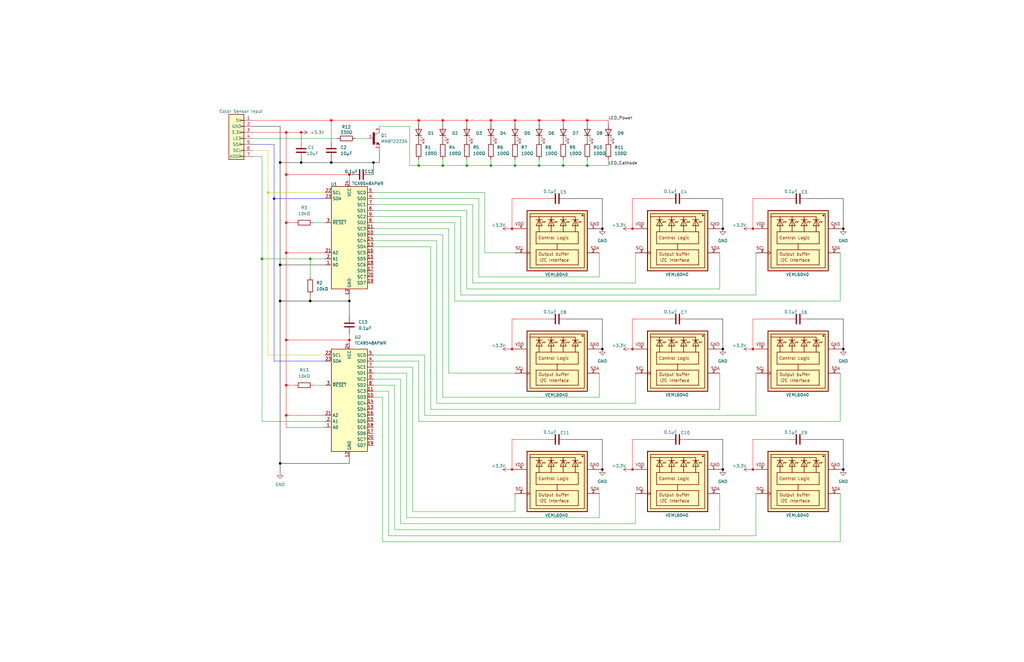
<source format=kicad_sch>
(kicad_sch (version 20231120) (generator "eeschema") (generator_version "8.0")
  (paper "B")
  (title_block (title "Rubik's Cube Color Sensor") (date "2025-07-01") (rev "B") (company "Designed by Charlie Lambert") (comment 1 "Color sensor board for Rubik's Cube Solving Machine"))
  (lib_symbols
    (symbol "Connector_Generic:Conn_01x07" (pin_names (offset 1.016))
      (property "Value" "Color Sensor Input" (at 0 11.43 0))
      (symbol "Conn_01x07_1_1"
        (pin passive line (at -5.08 7.62 0) (length 3.81) (name "5V") (number "1"))
        (pin passive line (at -5.08 5.08 0) (length 3.81) (name "GND") (number "2"))
        (pin passive line (at -5.08 2.54 0) (length 3.81) (name "3.3V") (number "3"))
        (pin passive line (at -5.08 0 0) (length 3.81) (name "LED") (number "4"))
        (pin passive line (at -5.08 -2.54 0) (length 3.81) (name "SDA") (number "5"))
        (pin passive line (at -5.08 -5.08 0) (length 3.81) (name "SCL") (number "6"))
        (pin passive line (at -5.08 -7.62 0) (length 3.81) (name "ADDR") (number "7"))
      )
    )
    (symbol "Device:C" (pin_numbers hide) (pin_names (offset 0.254))
      (property "Reference" "C" (at 0.635 2.54 0))
      (property "Value" "C" (at 0.635 -2.54 0))
      (symbol "C_1_1"
        (pin passive line (at 0 3.81 270) (length 2.794) (name "~") (number "1"))
        (pin passive line (at 0 -3.81 90) (length 2.794) (name "~") (number "2"))
      )
    )
    (symbol "Device:LED" (pin_numbers hide) (pin_names (offset 1.016) hide)
      (property "Reference" "D" (at 0 2.54 0))
      (property "Value" "LED" (at 0 -2.54 0))
      (symbol "LED_1_1"
        (pin passive line (at -3.81 0 0) (length 2.54) (name "K") (number "1"))
        (pin passive line (at 3.81 0 180) (length 2.54) (name "A") (number "2"))
      )
    )
    (symbol "Device:R" (pin_numbers hide) (pin_names (offset 0))
      (property "Reference" "R" (at 2.032 0 90))
      (property "Value" "R" (at 0 0 90))
      (symbol "R_1_1"
        (pin passive line (at 0 3.81 270) (length 1.27) (name "~") (number "1"))
        (pin passive line (at 0 -3.81 90) (length 1.27) (name "~") (number "2"))
      )
    )
    (symbol "Interface_Expansion:TCA9548APWR"
      (property "Reference" "U" (at -7.62 21.59 0))
      (property "Value" "TCA9548APWR" (at 1.016 21.59 0))
      (symbol "TCA9548APWR_1_1"
        (pin input line (at -10.16 -12.7 0) (length 2.54) (name "A0") (number "1"))
        (pin bidirectional line (at 10.16 0 180) (length 2.54) (name "SD3") (number "10"))
        (pin output line (at 10.16 2.54 180) (length 2.54) (name "SC3") (number "11"))
        (pin power_in line (at 0 -25.4 90) (length 2.54) (name "GND") (number "12"))
        (pin bidirectional line (at 10.16 -5.08 180) (length 2.54) (name "SD4") (number "13"))
        (pin output line (at 10.16 -2.54 180) (length 2.54) (name "SC4") (number "14"))
        (pin bidirectional line (at 10.16 -10.16 180) (length 2.54) (name "SD5") (number "15"))
        (pin output line (at 10.16 -7.62 180) (length 2.54) (name "SC5") (number "16"))
        (pin bidirectional line (at 10.16 -15.24 180) (length 2.54) (name "SD6") (number "17"))
        (pin output line (at 10.16 -12.7 180) (length 2.54) (name "SC6") (number "18"))
        (pin bidirectional line (at 10.16 -20.32 180) (length 2.54) (name "SD7") (number "19"))
        (pin input line (at -10.16 -10.16 0) (length 2.54) (name "A1") (number "2"))
        (pin output line (at 10.16 -17.78 180) (length 2.54) (name "SC7") (number "20"))
        (pin input line (at -10.16 -7.62 0) (length 2.54) (name "A2") (number "21"))
        (pin input line (at -10.16 17.78 0) (length 2.54) (name "SCL") (number "22"))
        (pin bidirectional line (at -10.16 15.24 0) (length 2.54) (name "SDA") (number "23"))
        (pin power_in line (at 0 22.86 270) (length 2.54) (name "VCC") (number "24"))
        (pin input line (at -10.16 5.08 0) (length 2.54) (name "~{RESET}") (number "3"))
        (pin bidirectional line (at 10.16 15.24 180) (length 2.54) (name "SD0") (number "4"))
        (pin output line (at 10.16 17.78 180) (length 2.54) (name "SC0") (number "5"))
        (pin bidirectional line (at 10.16 10.16 180) (length 2.54) (name "SD1") (number "6"))
        (pin output line (at 10.16 12.7 180) (length 2.54) (name "SC1") (number "7"))
        (pin bidirectional line (at 10.16 5.08 180) (length 2.54) (name "SD2") (number "8"))
        (pin output line (at 10.16 7.62 180) (length 2.54) (name "SC2") (number "9"))
      )
    )
    (symbol "MMBT2222A:MMBT2222A" (pin_names (offset 1.016))
      (property "Reference" "Q" (at -10.16 7.62 0))
      (symbol "MMBT2222A_0_0"
        (pin passive line (at -2.54 0 0) (length 2.54) (name "~") (number "1"))
        (pin passive line (at 2.54 -5.08 90) (length 2.54) (name "~") (number "2"))
        (pin passive line (at 2.54 5.08 270) (length 2.54) (name "~") (number "3"))
      )
    )
    (symbol "VEML6040:VEML6040" (pin_names (offset 1.016))
      (property "Reference" "U" (at -4.3236 13.7337 0))
      (property "Value" "VEML6040" (at -5.3409 -15.5141 0))
      (symbol "VEML6040_0_0"
        (text "GND" (at -17.7996 6.357 0) (effects (font (size 1.2714 1.2714)) (justify left bottom)))
        (text "I2C Interface" (at -5.0825 -8.8943 0) (effects (font (size 1.2706 1.2706)) (justify left bottom)))
        (text "Output buffer" (at -5.0871 -6.3589 0) (effects (font (size 1.2718 1.2718)) (justify left bottom)))
        (text "SCL" (at 13.9915 -3.8159 0) (effects (font (size 1.272 1.272)) (justify left bottom)))
        (text "SDA" (at -17.7869 -3.8115 0) (effects (font (size 1.2705 1.2705)) (justify left bottom)))
        (text "VDD" (at 13.9845 6.3566 0) (effects (font (size 1.2713 1.2713)) (justify left bottom)))
        (pin power_in line (at -17.78 5.08 0) (length 5.08) (name "~") (number "1"))
        (pin bidirectional line (at -17.78 -5.08 0) (length 5.08) (name "~") (number "2"))
        (pin input clock (at 17.78 -5.08 180) (length 5.08) (name "~") (number "3"))
        (pin power_in line (at 17.78 5.08 180) (length 5.08) (name "~") (number "4"))
      )
      (symbol "VEML6040_1_0"
        (text "Control Logic" (at -5.0833 0.5083 0) (effects (font (size 1.2708 1.2708)) (justify left bottom)))
      )
    )
    (symbol "power:+3.3V" (power) (pin_numbers hide) (pin_names (offset 0) hide)
      (property "Value" "+3.3V" (at 0 3.556 0))
      (symbol "+3.3V_1_1"
        (pin power_in line (at 0 0 90) (length 0) (name "~") (number "1"))
      )
    )
    (symbol "power:GND" (power) (pin_numbers hide) (pin_names (offset 0) hide)
      (property "Value" "GND" (at 0 -3.81 0))
      (symbol "GND_1_1"
        (pin power_in line (at 0 0 270) (length 0) (name "~") (number "1"))
      )
    )
  )
  (junction (at 120.65 106.68) (color 255 0 0 1))
  (junction (at 130.81 127) (color 0 0 0 1))
  (junction (at 254 147.32) (color 0 0 0 1))
  (junction (at 120.65 175.26) (color 255 0 0 1))
  (junction (at 120.65 73.66) (color 255 0 0 1))
  (junction (at 215.9 198.12) (color 255 0 0 1))
  (junction (at 118.11 195.58) (color 0 0 0 1))
  (junction (at 139.7 50.8) (color 255 0 0 1))
  (junction (at 113.03 81.28) (color 194 194 0 1))
  (junction (at 120.65 93.98) (color 255 0 0 1))
  (junction (at 130.81 109.22))
  (junction (at 176.53 69.85))
  (junction (at 227.33 69.85))
  (junction (at 147.32 127) (color 0 0 0 1))
  (junction (at 254 96.52) (color 0 0 0 1))
  (junction (at 186.69 50.8) (color 255 0 0 1))
  (junction (at 355.6 96.52) (color 0 0 0 1))
  (junction (at 215.9 147.32) (color 255 0 0 1))
  (junction (at 186.69 69.85))
  (junction (at 227.33 50.8) (color 255 0 0 1))
  (junction (at 217.17 69.85))
  (junction (at 120.65 55.88) (color 255 0 0 1))
  (junction (at 196.85 69.85))
  (junction (at 304.8 96.52) (color 0 0 0 1))
  (junction (at 147.32 143.51) (color 255 0 0 1))
  (junction (at 139.7 68.58) (color 0 0 0 1))
  (junction (at 196.85 50.8) (color 255 0 0 1))
  (junction (at 110.49 109.22))
  (junction (at 207.01 69.85))
  (junction (at 118.11 111.76) (color 0 0 0 1))
  (junction (at 317.5 147.32) (color 255 0 0 1))
  (junction (at 266.7 96.52) (color 255 0 0 1))
  (junction (at 247.65 50.8) (color 255 0 0 1))
  (junction (at 247.65 69.85))
  (junction (at 176.53 50.8) (color 255 0 0 1))
  (junction (at 120.65 143.51) (color 255 0 0 1))
  (junction (at 215.9 96.52) (color 255 0 0 1))
  (junction (at 317.5 96.52) (color 255 0 0 1))
  (junction (at 115.57 83.82) (color 0 0 255 1))
  (junction (at 127 68.58) (color 0 0 0 1))
  (junction (at 266.7 198.12) (color 255 0 0 1))
  (junction (at 304.8 198.12) (color 0 0 0 1))
  (junction (at 207.01 50.8) (color 255 0 0 1))
  (junction (at 304.8 147.32) (color 0 0 0 1))
  (junction (at 317.5 198.12) (color 255 0 0 1))
  (junction (at 355.6 198.12) (color 0 0 0 1))
  (junction (at 355.6 147.32) (color 0 0 0 1))
  (junction (at 237.49 69.85))
  (junction (at 127 55.88) (color 255 0 0 1))
  (junction (at 118.11 127) (color 0 0 0 1))
  (junction (at 157.48 68.58) (color 0 0 0 1))
  (junction (at 237.49 50.8) (color 255 0 0 1))
  (junction (at 147.32 73.66) (color 255 0 0 1))
  (junction (at 118.11 68.58) (color 0 0 0 1))
  (junction (at 254 198.12) (color 0 0 0 1))
  (junction (at 120.65 162.56) (color 255 0 0 1))
  (junction (at 266.7 147.32) (color 255 0 0 1))
  (junction (at 217.17 50.8) (color 255 0 0 1))
  (wire (pts (xy 127 67.31) (xy 127 68.58)) (stroke (width 0) (color 0 0 0 1)))
  (wire (pts (xy 265.43 198.12) (xy 266.7 198.12)) (stroke (width 0) (color 255 0 0 1)))
  (wire (pts (xy 176.53 50.8) (xy 176.53 52.07)) (stroke (width 0) (color 255 0 0 1)))
  (wire (pts (xy 168.91 220.98) (xy 267.97 220.98)))
  (wire (pts (xy 172.72 53.34) (xy 160.02 53.34)))
  (wire (pts (xy 266.7 96.52) (xy 266.7 83.82)) (stroke (width 0) (color 255 0 0 1)))
  (wire (pts (xy 118.11 195.58) (xy 118.11 127)) (stroke (width 0) (color 0 0 0 1)))
  (wire (pts (xy 139.7 67.31) (xy 139.7 68.58)) (stroke (width 0) (color 0 0 0 1)))
  (wire (pts (xy 318.77 147.32) (xy 317.5 147.32)) (stroke (width 0) (color 255 0 0 1)))
  (wire (pts (xy 303.53 223.52) (xy 166.37 223.52)))
  (wire (pts (xy 252.73 116.84) (xy 201.93 116.84)))
  (wire (pts (xy 132.08 162.56) (xy 137.16 162.56)))
  (wire (pts (xy 196.85 69.85) (xy 207.01 69.85)))
  (wire (pts (xy 120.65 73.66) (xy 120.65 93.98)) (stroke (width 0) (color 255 0 0 1)))
  (wire (pts (xy 217.17 157.48) (xy 189.23 157.48)))
  (wire (pts (xy 317.5 96.52) (xy 317.5 83.82)) (stroke (width 0) (color 255 0 0 1)))
  (wire (pts (xy 256.54 67.31) (xy 256.54 69.85)))
  (wire (pts (xy 217.17 147.32) (xy 215.9 147.32)) (stroke (width 0) (color 255 0 0 1)))
  (wire (pts (xy 179.07 149.86) (xy 157.48 149.86)))
  (wire (pts (xy 196.85 88.9) (xy 157.48 88.9)))
  (wire (pts (xy 160.02 68.58) (xy 160.02 63.5)) (stroke (width 0) (color 0 0 0 1)))
  (wire (pts (xy 207.01 69.85) (xy 217.17 69.85)))
  (wire (pts (xy 157.48 152.4) (xy 176.53 152.4)))
  (wire (pts (xy 254 198.12) (xy 252.73 198.12)) (stroke (width 0) (color 0 0 0 1)))
  (wire (pts (xy 110.49 177.8) (xy 137.16 177.8)))
  (wire (pts (xy 256.54 52.07) (xy 256.54 50.8)) (stroke (width 0) (color 255 0 0 1)))
  (wire (pts (xy 304.8 83.82) (xy 304.8 96.52)) (stroke (width 0) (color 0 0 0 1)))
  (wire (pts (xy 127 68.58) (xy 139.7 68.58)) (stroke (width 0) (color 0 0 0 1)))
  (wire (pts (xy 289.56 134.62) (xy 304.8 134.62)) (stroke (width 0) (color 0 0 0 1)))
  (wire (pts (xy 148.59 73.66) (xy 147.32 73.66)) (stroke (width 0) (color 255 0 0 1)))
  (wire (pts (xy 303.53 172.72) (xy 181.61 172.72)))
  (wire (pts (xy 207.01 67.31) (xy 207.01 69.85)))
  (wire (pts (xy 316.23 147.32) (xy 317.5 147.32)) (stroke (width 0) (color 255 0 0 1)))
  (wire (pts (xy 316.23 198.12) (xy 317.5 198.12)) (stroke (width 0) (color 255 0 0 1)))
  (wire (pts (xy 179.07 175.26) (xy 179.07 149.86)))
  (wire (pts (xy 118.11 111.76) (xy 118.11 127)) (stroke (width 0) (color 0 0 0 1)))
  (wire (pts (xy 163.83 226.06) (xy 163.83 165.1)))
  (wire (pts (xy 147.32 127) (xy 147.32 124.46)) (stroke (width 0) (color 0 0 0 1)))
  (wire (pts (xy 303.53 106.68) (xy 303.53 121.92)))
  (wire (pts (xy 318.77 226.06) (xy 163.83 226.06)))
  (wire (pts (xy 355.6 134.62) (xy 355.6 147.32)) (stroke (width 0) (color 0 0 0 1)))
  (wire (pts (xy 120.65 162.56) (xy 120.65 175.26)) (stroke (width 0) (color 255 0 0 1)))
  (wire (pts (xy 304.8 198.12) (xy 303.53 198.12)) (stroke (width 0) (color 0 0 0 1)))
  (wire (pts (xy 120.65 143.51) (xy 147.32 143.51)) (stroke (width 0) (color 255 0 0 1)))
  (wire (pts (xy 196.85 121.92) (xy 196.85 88.9)))
  (wire (pts (xy 266.7 198.12) (xy 266.7 185.42)) (stroke (width 0) (color 255 0 0 1)))
  (wire (pts (xy 166.37 223.52) (xy 166.37 162.56)))
  (wire (pts (xy 113.03 81.28) (xy 137.16 81.28)) (stroke (width 0) (color 194 194 0 1)))
  (wire (pts (xy 252.73 218.44) (xy 171.45 218.44)))
  (wire (pts (xy 186.69 50.8) (xy 186.69 52.07)) (stroke (width 0) (color 255 0 0 1)))
  (wire (pts (xy 355.6 185.42) (xy 355.6 198.12)) (stroke (width 0) (color 0 0 0 1)))
  (wire (pts (xy 254 147.32) (xy 252.73 147.32)) (stroke (width 0) (color 0 0 0 1)))
  (wire (pts (xy 106.68 55.88) (xy 120.65 55.88)) (stroke (width 0) (color 255 0 0 1)))
  (wire (pts (xy 201.93 83.82) (xy 157.48 83.82)))
  (wire (pts (xy 214.63 147.32) (xy 215.9 147.32)) (stroke (width 0) (color 255 0 0 1)))
  (wire (pts (xy 157.48 86.36) (xy 199.39 86.36)))
  (wire (pts (xy 266.7 147.32) (xy 266.7 134.62)) (stroke (width 0) (color 255 0 0 1)))
  (wire (pts (xy 217.17 67.31) (xy 217.17 69.85)))
  (wire (pts (xy 120.65 180.34) (xy 137.16 180.34)) (stroke (width 0) (color 255 0 0 1)))
  (wire (pts (xy 256.54 69.85) (xy 247.65 69.85)))
  (wire (pts (xy 215.9 198.12) (xy 215.9 185.42)) (stroke (width 0) (color 255 0 0 1)))
  (wire (pts (xy 130.81 127) (xy 130.81 124.46)))
  (wire (pts (xy 227.33 67.31) (xy 227.33 69.85)))
  (wire (pts (xy 115.57 60.96) (xy 106.68 60.96)) (stroke (width 0) (color 0 0 255 1)))
  (wire (pts (xy 118.11 195.58) (xy 118.11 199.39)) (stroke (width 0) (color 0 0 0 1)))
  (wire (pts (xy 217.17 215.9) (xy 173.99 215.9)))
  (wire (pts (xy 115.57 60.96) (xy 115.57 83.82)) (stroke (width 0) (color 0 0 255 1)))
  (wire (pts (xy 130.81 127) (xy 130.81 124.46)) (stroke (width 0) (color 0 0 0 1)))
  (wire (pts (xy 173.99 215.9) (xy 173.99 154.94)))
  (wire (pts (xy 196.85 50.8) (xy 207.01 50.8)) (stroke (width 0) (color 255 0 0 1)))
  (wire (pts (xy 184.15 170.18) (xy 267.97 170.18)))
  (wire (pts (xy 168.91 160.02) (xy 168.91 220.98)))
  (wire (pts (xy 139.7 50.8) (xy 139.7 59.69)) (stroke (width 0) (color 255 0 0 1)))
  (wire (pts (xy 215.9 96.52) (xy 215.9 83.82)) (stroke (width 0) (color 255 0 0 1)))
  (wire (pts (xy 157.48 101.6) (xy 184.15 101.6)))
  (wire (pts (xy 110.49 177.8) (xy 110.49 109.22)))
  (wire (pts (xy 157.48 73.66) (xy 156.21 73.66)) (stroke (width 0) (color 0 0 0 1)))
  (wire (pts (xy 238.76 185.42) (xy 254 185.42)) (stroke (width 0) (color 0 0 0 1)))
  (wire (pts (xy 201.93 116.84) (xy 201.93 83.82)))
  (wire (pts (xy 254 134.62) (xy 254 147.32)) (stroke (width 0) (color 0 0 0 1)))
  (wire (pts (xy 304.8 147.32) (xy 303.53 147.32)) (stroke (width 0) (color 0 0 0 1)))
  (wire (pts (xy 318.77 96.52) (xy 317.5 96.52)) (stroke (width 0) (color 255 0 0 1)))
  (wire (pts (xy 204.47 81.28) (xy 157.48 81.28)))
  (wire (pts (xy 186.69 99.06) (xy 157.48 99.06)))
  (wire (pts (xy 118.11 68.58) (xy 127 68.58)) (stroke (width 0) (color 0 0 0 1)))
  (wire (pts (xy 172.72 69.85) (xy 176.53 69.85)))
  (wire (pts (xy 289.56 83.82) (xy 304.8 83.82)) (stroke (width 0) (color 0 0 0 1)))
  (wire (pts (xy 157.48 93.98) (xy 191.77 93.98)))
  (wire (pts (xy 130.81 116.84) (xy 130.81 109.22)))
  (wire (pts (xy 317.5 185.42) (xy 332.74 185.42)) (stroke (width 0) (color 255 0 0 1)))
  (wire (pts (xy 354.33 208.28) (xy 354.33 228.6)))
  (wire (pts (xy 147.32 195.58) (xy 147.32 193.04)) (stroke (width 0) (color 0 0 0 1)))
  (wire (pts (xy 157.48 160.02) (xy 168.91 160.02)))
  (wire (pts (xy 355.6 83.82) (xy 355.6 96.52)) (stroke (width 0) (color 0 0 0 1)))
  (wire (pts (xy 267.97 220.98) (xy 267.97 208.28)))
  (wire (pts (xy 304.8 134.62) (xy 304.8 147.32)) (stroke (width 0) (color 0 0 0 1)))
  (wire (pts (xy 267.97 170.18) (xy 267.97 157.48)))
  (wire (pts (xy 171.45 218.44) (xy 171.45 157.48)))
  (wire (pts (xy 191.77 93.98) (xy 191.77 127)))
  (wire (pts (xy 318.77 208.28) (xy 318.77 226.06)))
  (wire (pts (xy 237.49 67.31) (xy 237.49 69.85)))
  (wire (pts (xy 340.36 134.62) (xy 355.6 134.62)) (stroke (width 0) (color 0 0 0 1)))
  (wire (pts (xy 181.61 172.72) (xy 181.61 104.14)))
  (wire (pts (xy 217.17 198.12) (xy 215.9 198.12)) (stroke (width 0) (color 255 0 0 1)))
  (wire (pts (xy 303.53 121.92) (xy 196.85 121.92)))
  (wire (pts (xy 217.17 50.8) (xy 217.17 52.07)) (stroke (width 0) (color 255 0 0 1)))
  (wire (pts (xy 318.77 198.12) (xy 317.5 198.12)) (stroke (width 0) (color 255 0 0 1)))
  (wire (pts (xy 237.49 69.85) (xy 247.65 69.85)))
  (wire (pts (xy 289.56 185.42) (xy 304.8 185.42)) (stroke (width 0) (color 0 0 0 1)))
  (wire (pts (xy 120.65 73.66) (xy 147.32 73.66)) (stroke (width 0) (color 255 0 0 1)))
  (wire (pts (xy 254 96.52) (xy 252.73 96.52)) (stroke (width 0) (color 0 0 0 1)))
  (wire (pts (xy 252.73 167.64) (xy 186.69 167.64)))
  (wire (pts (xy 252.73 106.68) (xy 252.73 116.84)))
  (wire (pts (xy 118.11 195.58) (xy 147.32 195.58)) (stroke (width 0) (color 0 0 0 1)))
  (wire (pts (xy 110.49 66.04) (xy 106.68 66.04)))
  (wire (pts (xy 217.17 96.52) (xy 215.9 96.52)) (stroke (width 0) (color 255 0 0 1)))
  (wire (pts (xy 166.37 162.56) (xy 157.48 162.56)))
  (wire (pts (xy 247.65 50.8) (xy 247.65 52.07)) (stroke (width 0) (color 255 0 0 1)))
  (wire (pts (xy 186.69 69.85) (xy 196.85 69.85)))
  (wire (pts (xy 147.32 73.66) (xy 147.32 76.2)) (stroke (width 0) (color 255 0 0 1)))
  (wire (pts (xy 207.01 50.8) (xy 217.17 50.8)) (stroke (width 0) (color 255 0 0 1)))
  (wire (pts (xy 137.16 83.82) (xy 115.57 83.82)) (stroke (width 0) (color 0 0 255 1)))
  (wire (pts (xy 265.43 96.52) (xy 266.7 96.52)) (stroke (width 0) (color 255 0 0 1)))
  (wire (pts (xy 204.47 106.68) (xy 204.47 81.28)))
  (wire (pts (xy 139.7 68.58) (xy 157.48 68.58)) (stroke (width 0) (color 0 0 0 1)))
  (wire (pts (xy 303.53 208.28) (xy 303.53 223.52)))
  (wire (pts (xy 149.86 58.42) (xy 154.94 58.42)))
  (wire (pts (xy 118.11 68.58) (xy 118.11 111.76)) (stroke (width 0) (color 0 0 0 1)))
  (wire (pts (xy 194.31 91.44) (xy 157.48 91.44)))
  (wire (pts (xy 127 55.88) (xy 127 59.69)) (stroke (width 0) (color 255 0 0 1)))
  (wire (pts (xy 172.72 53.34) (xy 172.72 69.85)))
  (wire (pts (xy 238.76 83.82) (xy 254 83.82)) (stroke (width 0) (color 0 0 0 1)))
  (wire (pts (xy 316.23 96.52) (xy 317.5 96.52)) (stroke (width 0) (color 255 0 0 1)))
  (wire (pts (xy 266.7 134.62) (xy 281.94 134.62)) (stroke (width 0) (color 255 0 0 1)))
  (wire (pts (xy 355.6 198.12) (xy 354.33 198.12)) (stroke (width 0) (color 0 0 0 1)))
  (wire (pts (xy 217.17 106.68) (xy 204.47 106.68)))
  (wire (pts (xy 217.17 215.9) (xy 217.17 208.28)))
  (wire (pts (xy 189.23 157.48) (xy 189.23 96.52)))
  (wire (pts (xy 120.65 162.56) (xy 124.46 162.56)) (stroke (width 0) (color 255 0 0 1)))
  (wire (pts (xy 267.97 147.32) (xy 266.7 147.32)) (stroke (width 0) (color 255 0 0 1)))
  (wire (pts (xy 317.5 134.62) (xy 332.74 134.62)) (stroke (width 0) (color 255 0 0 1)))
  (wire (pts (xy 247.65 67.31) (xy 247.65 69.85)))
  (wire (pts (xy 113.03 149.86) (xy 113.03 81.28)) (stroke (width 0) (color 194 194 0 1)))
  (wire (pts (xy 132.08 93.98) (xy 137.16 93.98)))
  (wire (pts (xy 227.33 50.8) (xy 237.49 50.8)) (stroke (width 0) (color 255 0 0 1)))
  (wire (pts (xy 171.45 157.48) (xy 157.48 157.48)))
  (wire (pts (xy 106.68 50.8) (xy 139.7 50.8)) (stroke (width 0) (color 255 0 0 1)))
  (wire (pts (xy 355.6 96.52) (xy 354.33 96.52)) (stroke (width 0) (color 0 0 0 1)))
  (wire (pts (xy 176.53 67.31) (xy 176.53 69.85)))
  (wire (pts (xy 237.49 50.8) (xy 247.65 50.8)) (stroke (width 0) (color 255 0 0 1)))
  (wire (pts (xy 354.33 177.8) (xy 354.33 157.48)))
  (wire (pts (xy 318.77 157.48) (xy 318.77 175.26)))
  (wire (pts (xy 184.15 101.6) (xy 184.15 170.18)))
  (wire (pts (xy 106.68 53.34) (xy 118.11 53.34)) (stroke (width 0) (color 0 0 0 1)))
  (wire (pts (xy 120.65 93.98) (xy 120.65 106.68)) (stroke (width 0) (color 255 0 0 1)))
  (wire (pts (xy 318.77 124.46) (xy 194.31 124.46)))
  (wire (pts (xy 120.65 175.26) (xy 137.16 175.26)) (stroke (width 0) (color 255 0 0 1)))
  (wire (pts (xy 120.65 106.68) (xy 120.65 143.51)) (stroke (width 0) (color 255 0 0 1)))
  (wire (pts (xy 161.29 167.64) (xy 157.48 167.64)))
  (wire (pts (xy 130.81 109.22) (xy 137.16 109.22)))
  (wire (pts (xy 160.02 68.58) (xy 157.48 68.58)) (stroke (width 0) (color 0 0 0 1)))
  (wire (pts (xy 252.73 157.48) (xy 252.73 167.64)))
  (wire (pts (xy 215.9 134.62) (xy 231.14 134.62)) (stroke (width 0) (color 255 0 0 1)))
  (wire (pts (xy 118.11 111.76) (xy 137.16 111.76)) (stroke (width 0) (color 0 0 0 1)))
  (wire (pts (xy 191.77 127) (xy 354.33 127)))
  (wire (pts (xy 176.53 177.8) (xy 354.33 177.8)))
  (wire (pts (xy 110.49 109.22) (xy 130.81 109.22)))
  (wire (pts (xy 106.68 58.42) (xy 142.24 58.42)))
  (wire (pts (xy 354.33 228.6) (xy 161.29 228.6)))
  (wire (pts (xy 214.63 96.52) (xy 215.9 96.52)) (stroke (width 0) (color 255 0 0 1)))
  (wire (pts (xy 113.03 63.5) (xy 113.03 81.28)) (stroke (width 0) (color 194 194 0 1)))
  (wire (pts (xy 118.11 53.34) (xy 118.11 68.58)) (stroke (width 0) (color 0 0 0 1)))
  (wire (pts (xy 237.49 50.8) (xy 237.49 52.07)) (stroke (width 0) (color 255 0 0 1)))
  (wire (pts (xy 318.77 106.68) (xy 318.77 124.46)))
  (wire (pts (xy 215.9 83.82) (xy 231.14 83.82)) (stroke (width 0) (color 255 0 0 1)))
  (wire (pts (xy 215.9 147.32) (xy 215.9 134.62)) (stroke (width 0) (color 255 0 0 1)))
  (wire (pts (xy 254 83.82) (xy 254 96.52)) (stroke (width 0) (color 0 0 0 1)))
  (wire (pts (xy 120.65 143.51) (xy 120.65 162.56)) (stroke (width 0) (color 255 0 0 1)))
  (wire (pts (xy 265.43 147.32) (xy 266.7 147.32)) (stroke (width 0) (color 255 0 0 1)))
  (wire (pts (xy 176.53 69.85) (xy 186.69 69.85)))
  (wire (pts (xy 120.65 93.98) (xy 124.46 93.98)) (stroke (width 0) (color 255 0 0 1)))
  (wire (pts (xy 161.29 228.6) (xy 161.29 167.64)))
  (wire (pts (xy 199.39 86.36) (xy 199.39 119.38)))
  (wire (pts (xy 120.65 55.88) (xy 127 55.88)) (stroke (width 0) (color 255 0 0 1)))
  (wire (pts (xy 120.65 106.68) (xy 137.16 106.68)) (stroke (width 0) (color 255 0 0 1)))
  (wire (pts (xy 120.65 55.88) (xy 120.65 73.66)) (stroke (width 0) (color 255 0 0 1)))
  (wire (pts (xy 120.65 175.26) (xy 120.65 180.34)) (stroke (width 0) (color 255 0 0 1)))
  (wire (pts (xy 189.23 96.52) (xy 157.48 96.52)))
  (wire (pts (xy 317.5 147.32) (xy 317.5 134.62)) (stroke (width 0) (color 255 0 0 1)))
  (wire (pts (xy 147.32 127) (xy 147.32 133.35)) (stroke (width 0) (color 0 0 0 1)))
  (wire (pts (xy 227.33 50.8) (xy 227.33 52.07)) (stroke (width 0) (color 255 0 0 1)))
  (wire (pts (xy 318.77 175.26) (xy 179.07 175.26)))
  (wire (pts (xy 147.32 140.97) (xy 147.32 143.51)) (stroke (width 0) (color 255 0 0 1)))
  (wire (pts (xy 137.16 152.4) (xy 115.57 152.4)) (stroke (width 0) (color 0 0 255 1)))
  (wire (pts (xy 186.69 50.8) (xy 196.85 50.8)) (stroke (width 0) (color 255 0 0 1)))
  (wire (pts (xy 130.81 127) (xy 147.32 127)) (stroke (width 0) (color 0 0 0 1)))
  (wire (pts (xy 176.53 152.4) (xy 176.53 177.8)))
  (wire (pts (xy 207.01 50.8) (xy 207.01 52.07)) (stroke (width 0) (color 255 0 0 1)))
  (wire (pts (xy 194.31 124.46) (xy 194.31 91.44)))
  (wire (pts (xy 173.99 154.94) (xy 157.48 154.94)))
  (wire (pts (xy 163.83 165.1) (xy 157.48 165.1)))
  (wire (pts (xy 354.33 127) (xy 354.33 106.68)))
  (wire (pts (xy 217.17 50.8) (xy 227.33 50.8)) (stroke (width 0) (color 255 0 0 1)))
  (wire (pts (xy 181.61 104.14) (xy 157.48 104.14)))
  (wire (pts (xy 196.85 50.8) (xy 196.85 52.07)) (stroke (width 0) (color 255 0 0 1)))
  (wire (pts (xy 247.65 50.8) (xy 256.54 50.8)) (stroke (width 0) (color 255 0 0 1)))
  (wire (pts (xy 304.8 96.52) (xy 303.53 96.52)) (stroke (width 0) (color 0 0 0 1)))
  (wire (pts (xy 227.33 69.85) (xy 237.49 69.85)))
  (wire (pts (xy 266.7 185.42) (xy 281.94 185.42)) (stroke (width 0) (color 255 0 0 1)))
  (wire (pts (xy 267.97 198.12) (xy 266.7 198.12)) (stroke (width 0) (color 255 0 0 1)))
  (wire (pts (xy 215.9 185.42) (xy 231.14 185.42)) (stroke (width 0) (color 255 0 0 1)))
  (wire (pts (xy 304.8 185.42) (xy 304.8 198.12)) (stroke (width 0) (color 0 0 0 1)))
  (wire (pts (xy 113.03 63.5) (xy 106.68 63.5)) (stroke (width 0) (color 194 194 0 1)))
  (wire (pts (xy 266.7 83.82) (xy 281.94 83.82)) (stroke (width 0) (color 255 0 0 1)))
  (wire (pts (xy 196.85 67.31) (xy 196.85 69.85)))
  (wire (pts (xy 118.11 127) (xy 130.81 127)) (stroke (width 0) (color 0 0 0 1)))
  (wire (pts (xy 317.5 83.82) (xy 332.74 83.82)) (stroke (width 0) (color 255 0 0 1)))
  (wire (pts (xy 340.36 83.82) (xy 355.6 83.82)) (stroke (width 0) (color 0 0 0 1)))
  (wire (pts (xy 176.53 50.8) (xy 186.69 50.8)) (stroke (width 0) (color 255 0 0 1)))
  (wire (pts (xy 186.69 67.31) (xy 186.69 69.85)))
  (wire (pts (xy 252.73 208.28) (xy 252.73 218.44)))
  (wire (pts (xy 317.5 198.12) (xy 317.5 185.42)) (stroke (width 0) (color 255 0 0 1)))
  (wire (pts (xy 115.57 152.4) (xy 115.57 83.82)) (stroke (width 0) (color 0 0 255 1)))
  (wire (pts (xy 267.97 119.38) (xy 267.97 106.68)))
  (wire (pts (xy 147.32 143.51) (xy 147.32 144.78)) (stroke (width 0) (color 255 0 0 1)))
  (wire (pts (xy 199.39 119.38) (xy 267.97 119.38)))
  (wire (pts (xy 110.49 66.04) (xy 110.49 109.22)))
  (wire (pts (xy 217.17 69.85) (xy 227.33 69.85)))
  (wire (pts (xy 238.76 134.62) (xy 254 134.62)) (stroke (width 0) (color 0 0 0 1)))
  (wire (pts (xy 157.48 68.58) (xy 157.48 73.66)) (stroke (width 0) (color 0 0 0 1)))
  (wire (pts (xy 303.53 157.48) (xy 303.53 172.72)))
  (wire (pts (xy 214.63 198.12) (xy 215.9 198.12)) (stroke (width 0) (color 255 0 0 1)))
  (wire (pts (xy 355.6 147.32) (xy 354.33 147.32)) (stroke (width 0) (color 0 0 0 1)))
  (wire (pts (xy 254 185.42) (xy 254 198.12)) (stroke (width 0) (color 0 0 0 1)))
  (wire (pts (xy 340.36 185.42) (xy 355.6 185.42)) (stroke (width 0) (color 0 0 0 1)))
  (wire (pts (xy 139.7 50.8) (xy 176.53 50.8)) (stroke (width 0) (color 255 0 0 1)))
  (wire (pts (xy 137.16 149.86) (xy 113.03 149.86)) (stroke (width 0) (color 194 194 0 1)))
  (wire (pts (xy 267.97 96.52) (xy 266.7 96.52)) (stroke (width 0) (color 255 0 0 1)))
  (wire (pts (xy 186.69 167.64) (xy 186.69 99.06)))
  (label "LED_Cathode" (at 256.54 69.85 0))
  (label "LED_Power" (at 256.54 50.8 0))
  (symbol (lib_id "VEML6040:VEML6040") (at 285.75 203.2 0) (mirror y) (unit 1)
    (property "Reference" "U10" (effects (hide yes)))
    (property "Value" "VEML6040" (at 285.496 217.424 0))
    (property "Footprint" "cube_solver_footprints:VISHAY_VEML6040_1.25X2X1" (effects (hide yes)))
    (property "TAPE_REEL" "YES" (effects (hide yes)))
    (property "MF" "Vishay" (effects (hide yes)))
    (property "Description_1" "\n                        \n                            VEML6040 Ambient Light Sensor Development Board\n                        \n" (effects (hide yes)))
    (property "Package" "None" (effects (hide yes)))
    (property "Price" "None" (effects (hide yes)))
    (property "VOLUME" "MOQ: 2500 pcs" (effects (hide yes)))
    (property "SnapEDA_Link" "https://www.snapeda.com/parts/VEML6040/Vishay/view-part/?ref=snap" (effects (hide yes)))
    (property "MP" "VEML6040" (effects (hide yes)))
    (property "Availability" "In Stock" (effects (hide yes)))
    (property "Check_prices" "https://www.snapeda.com/parts/VEML6040/Vishay/view-part/?ref=eda" (effects (hide yes)))
  )
  (symbol (lib_id "power:GND") (at 355.6 96.52 0) (mirror y) (unit 1)
    (property "Reference" "#PWR04" (effects (hide yes)))
    (property "Value" "GND" (at 355.6 101.6 0))
    (property "Description" "Power symbol creates a global label with name \"GND\" , ground" (effects (hide yes)))
  )
  (symbol (lib_id "Device:LED") (at 186.69 55.88 90) (unit 1)
    (property "Reference" "D2" (at 190.5 56.1974 90) (effects (justify right)))
    (property "Value" "GW JTLMS3.GM-G6GV-XX55-1-60-R33" (effects (hide yes)))
    (property "Footprint" "LED_SMD:LED_PLCC_2835" (effects (hide yes)))
    (property "Description" "Light emitting diode" (effects (hide yes)))
  )
  (symbol (lib_id "power:+3.3V") (at 316.23 96.52 90) (mirror x) (unit 1)
    (property "Reference" "#PWR03" (effects (hide yes)))
    (property "Value" "+3.3V" (at 314.706 94.996 90) (effects (justify left)))
    (property "Description" "Power symbol creates a global label with name \"+3.3V\"" (effects (hide yes)))
  )
  (symbol (lib_id "Device:LED") (at 207.01 55.88 90) (unit 1)
    (property "Reference" "D4" (at 210.82 56.1974 90) (effects (justify right)))
    (property "Value" "GW JTLMS3.GM-G6GV-XX55-1-60-R33" (effects (hide yes)))
    (property "Footprint" "LED_SMD:LED_PLCC_2835" (effects (hide yes)))
    (property "Description" "Light emitting diode" (effects (hide yes)))
  )
  (symbol (lib_id "power:+3.3V") (at 214.63 147.32 90) (mirror x) (unit 1)
    (property "Reference" "#PWR014" (effects (hide yes)))
    (property "Value" "+3.3V" (at 213.106 145.796 90) (effects (justify left)))
    (property "Description" "Power symbol creates a global label with name \"+3.3V\"" (effects (hide yes)))
  )
  (symbol (lib_id "power:GND") (at 304.8 147.32 0) (mirror y) (unit 1)
    (property "Reference" "#PWR011" (effects (hide yes)))
    (property "Value" "GND" (at 304.8 152.4 0))
    (property "Description" "Power symbol creates a global label with name \"GND\" , ground" (effects (hide yes)))
  )
  (symbol (lib_id "VEML6040:VEML6040") (at 336.55 203.2 0) (mirror y) (unit 1)
    (property "Reference" "U9" (effects (hide yes)))
    (property "Value" "VEML6040" (at 336.296 217.424 0))
    (property "Footprint" "cube_solver_footprints:VISHAY_VEML6040_1.25X2X1" (effects (hide yes)))
    (property "TAPE_REEL" "YES" (effects (hide yes)))
    (property "MF" "Vishay" (effects (hide yes)))
    (property "Description_1" "\n                        \n                            VEML6040 Ambient Light Sensor Development Board\n                        \n" (effects (hide yes)))
    (property "Package" "None" (effects (hide yes)))
    (property "Price" "None" (effects (hide yes)))
    (property "VOLUME" "MOQ: 2500 pcs" (effects (hide yes)))
    (property "SnapEDA_Link" "https://www.snapeda.com/parts/VEML6040/Vishay/view-part/?ref=snap" (effects (hide yes)))
    (property "MP" "VEML6040" (effects (hide yes)))
    (property "Availability" "In Stock" (effects (hide yes)))
    (property "Check_prices" "https://www.snapeda.com/parts/VEML6040/Vishay/view-part/?ref=eda" (effects (hide yes)))
  )
  (symbol (lib_id "power:GND") (at 355.6 198.12 0) (mirror y) (unit 1)
    (property "Reference" "#PWR015" (effects (hide yes)))
    (property "Value" "GND" (at 355.6 203.2 0))
    (property "Description" "Power symbol creates a global label with name \"GND\" , ground" (effects (hide yes)))
  )
  (symbol (lib_id "Device:R") (at 128.27 162.56 270) (unit 1)
    (property "Reference" "R13" (at 128.27 156.21 90))
    (property "Value" "10kΩ" (at 128.27 158.75 90))
    (property "Footprint" "Resistor_SMD:R_0805_2012Metric" (effects (hide yes)))
    (property "Description" "Resistor" (effects (hide yes)))
  )
  (symbol (lib_id "VEML6040:VEML6040") (at 336.55 101.6 0) (mirror y) (unit 1)
    (property "Reference" "U3" (effects (hide yes)))
    (property "Value" "VEML6040" (at 336.296 115.824 0))
    (property "Footprint" "cube_solver_footprints:VISHAY_VEML6040_1.25X2X1" (effects (hide yes)))
    (property "TAPE_REEL" "YES" (effects (hide yes)))
    (property "MF" "Vishay" (effects (hide yes)))
    (property "Description_1" "\n                        \n                            VEML6040 Ambient Light Sensor Development Board\n                        \n" (effects (hide yes)))
    (property "Package" "None" (effects (hide yes)))
    (property "Price" "None" (effects (hide yes)))
    (property "VOLUME" "MOQ: 2500 pcs" (effects (hide yes)))
    (property "SnapEDA_Link" "https://www.snapeda.com/parts/VEML6040/Vishay/view-part/?ref=snap" (effects (hide yes)))
    (property "MP" "VEML6040" (effects (hide yes)))
    (property "Availability" "In Stock" (effects (hide yes)))
    (property "Check_prices" "https://www.snapeda.com/parts/VEML6040/Vishay/view-part/?ref=eda" (effects (hide yes)))
  )
  (symbol (lib_id "Device:R") (at 256.54 63.5 0) (unit 1)
    (property "Reference" "R11" (at 259.08 62.2299 0) (effects (justify left)))
    (property "Value" "100Ω" (at 259.08 64.7699 0) (effects (justify left)))
    (property "Footprint" "Resistor_SMD:R_0805_2012Metric" (effects (hide yes)))
    (property "Description" "Resistor" (effects (hide yes)))
  )
  (symbol (lib_id "power:+3.3V") (at 265.43 198.12 90) (mirror x) (unit 1)
    (property "Reference" "#PWR018" (effects (hide yes)))
    (property "Value" "+3.3V" (at 263.906 196.596 90) (effects (justify left)))
    (property "Description" "Power symbol creates a global label with name \"+3.3V\"" (effects (hide yes)))
  )
  (symbol (lib_id "Device:R") (at 217.17 63.5 0) (unit 1)
    (property "Reference" "R7" (at 219.71 62.2299 0) (effects (justify left)))
    (property "Value" "100Ω" (at 219.71 64.7699 0) (effects (justify left)))
    (property "Footprint" "Resistor_SMD:R_0805_2012Metric" (effects (hide yes)))
    (property "Description" "Resistor" (effects (hide yes)))
  )
  (symbol (lib_id "Interface_Expansion:TCA9548APWR") (at 147.32 167.64 0) (unit 1)
    (property "Reference" "U2" (at 149.5141 142.24 0) (effects (justify left)))
    (property "Value" "TCA9548APWR" (at 149.5141 144.78 0) (effects (justify left)))
    (property "Footprint" "Package_SO:TSSOP-24_4.4x7.8mm_P0.65mm" (effects (hide yes)))
    (property "Datasheet" "http://www.ti.com/lit/ds/symlink/tca9548a.pdf" (effects (hide yes)))
    (property "Description" "Low voltage 8-channel I2C switch with reset, TSSOP-24" (effects (hide yes)))
  )
  (symbol (lib_id "Device:LED") (at 176.53 55.88 90) (unit 1)
    (property "Reference" "D1" (at 180.34 56.1974 90) (effects (justify right)))
    (property "Value" "GW JTLMS3.GM-G6GV-XX55-1-60-R33" (effects (hide yes)))
    (property "Footprint" "LED_SMD:LED_PLCC_2835" (effects (hide yes)))
    (property "Description" "Light emitting diode" (effects (hide yes)))
  )
  (symbol (lib_id "Device:LED") (at 196.85 55.88 90) (unit 1)
    (property "Reference" "D3" (at 200.66 56.1974 90) (effects (justify right)))
    (property "Value" "GW JTLMS3.GM-G6GV-XX55-1-60-R33" (effects (hide yes)))
    (property "Footprint" "LED_SMD:LED_PLCC_2835" (effects (hide yes)))
    (property "Description" "Light emitting diode" (effects (hide yes)))
  )
  (symbol (lib_id "Interface_Expansion:TCA9548APWR") (at 147.32 99.06 0) (unit 1)
    (property "Reference" "U1" (at 139.446 77.724 0) (effects (justify left)))
    (property "Value" "TCA9548APWR" (at 148.336 77.47 0) (effects (justify left)))
    (property "Footprint" "Package_SO:TSSOP-24_4.4x7.8mm_P0.65mm" (effects (hide yes)))
    (property "Datasheet" "http://www.ti.com/lit/ds/symlink/tca9548a.pdf" (effects (hide yes)))
    (property "Description" "Low voltage 8-channel I2C switch with reset, TSSOP-24" (effects (hide yes)))
  )
  (symbol (lib_id "Device:LED") (at 227.33 55.88 90) (unit 1)
    (property "Reference" "D6" (at 231.14 56.1974 90) (effects (justify right)))
    (property "Value" "GW JTLMS3.GM-G6GV-XX55-1-60-R33" (effects (hide yes)))
    (property "Footprint" "LED_SMD:LED_PLCC_2835" (effects (hide yes)))
    (property "Description" "Light emitting diode" (effects (hide yes)))
  )
  (symbol (lib_id "Device:C") (at 285.75 83.82 270) (mirror x) (unit 1)
    (property "Reference" "C4" (at 287.02 81.026 90) (effects (justify left)))
    (property "Value" "0.1µF" (at 279.908 80.772 90) (effects (justify left)))
    (property "Footprint" "Capacitor_SMD:C_0805_2012Metric" (effects (hide yes)))
    (property "Description" "Unpolarized capacitor" (effects (hide yes)))
  )
  (symbol (lib_id "Device:C") (at 139.7 63.5 0) (unit 1)
    (property "Reference" "C2" (at 143.51 62.2299 0) (effects (justify left)))
    (property "Value" "10µF" (at 143.51 64.7699 0) (effects (justify left)))
    (property "Footprint" "Capacitor_SMD:C_0805_2012Metric" (effects (hide yes)))
    (property "Description" "Unpolarized capacitor" (effects (hide yes)))
  )
  (symbol (lib_id "Connector_Generic:Conn_01x07") (at 101.6 58.42 0) (mirror y) (unit 1)
    (property "Reference" "J1" (effects (hide yes)))
    (property "Value" "Color Sensor Input" (at 101.6 46.99 0))
    (property "Footprint" "Connector_JST:JST_XH_S7B-XH-A-1_1x07_P2.50mm_Horizontal" (effects (hide yes)))
    (property "Description" "Generic connector, single row, 01x07, script generated (kicad-library-utils/schlib/autogen/connector/)" (effects (hide yes)))
  )
  (symbol (lib_id "power:+3.3V") (at 316.23 147.32 90) (mirror x) (unit 1)
    (property "Reference" "#PWR010" (effects (hide yes)))
    (property "Value" "+3.3V" (at 314.706 145.796 90) (effects (justify left)))
    (property "Description" "Power symbol creates a global label with name \"+3.3V\"" (effects (hide yes)))
  )
  (symbol (lib_id "power:+3.3V") (at 214.63 198.12 90) (mirror x) (unit 1)
    (property "Reference" "#PWR020" (effects (hide yes)))
    (property "Value" "+3.3V" (at 213.106 196.596 90) (effects (justify left)))
    (property "Description" "Power symbol creates a global label with name \"+3.3V\"" (effects (hide yes)))
  )
  (symbol (lib_id "VEML6040:VEML6040") (at 234.95 101.6 0) (mirror y) (unit 1)
    (property "Reference" "U5" (effects (hide yes)))
    (property "Value" "VEML6040" (at 234.696 115.824 0))
    (property "Footprint" "cube_solver_footprints:VISHAY_VEML6040_1.25X2X1" (effects (hide yes)))
    (property "TAPE_REEL" "YES" (effects (hide yes)))
    (property "MF" "Vishay" (effects (hide yes)))
    (property "Description_1" "\n                        \n                            VEML6040 Ambient Light Sensor Development Board\n                        \n" (effects (hide yes)))
    (property "Package" "None" (effects (hide yes)))
    (property "Price" "None" (effects (hide yes)))
    (property "VOLUME" "MOQ: 2500 pcs" (effects (hide yes)))
    (property "SnapEDA_Link" "https://www.snapeda.com/parts/VEML6040/Vishay/view-part/?ref=snap" (effects (hide yes)))
    (property "MP" "VEML6040" (effects (hide yes)))
    (property "Availability" "In Stock" (effects (hide yes)))
    (property "Check_prices" "https://www.snapeda.com/parts/VEML6040/Vishay/view-part/?ref=eda" (effects (hide yes)))
  )
  (symbol (lib_id "MMBT2222A:MMBT2222A") (at 157.48 58.42 0) (unit 1)
    (property "Reference" "Q1" (at 160.528 57.15 0) (effects (justify left)))
    (property "Value" "MMBT2222A" (at 160.528 59.69 0) (effects (justify left)))
    (property "Footprint" "cube_solver_footprints:SOT23" (effects (hide yes)))
    (property "MF" "STMicroelectronics" (effects (hide yes)))
    (property "Description_1" "\n                        \n                            Bipolar (BJT) Transistor NPN 40V 600mA 300MHz 310mW Surface Mount SOT-23-3\n                        \n" (effects (hide yes)))
    (property "DISTRIBUTOR_REF" "621-MMBT2222A-F" (effects (hide yes)))
    (property "Package" "SOT-23 Multicomp" (effects (hide yes)))
    (property "Price" "None" (effects (hide yes)))
    (property "Check_prices" "https://www.snapeda.com/parts/MMBT2222A/STMicroelectronics/view-part/?ref=eda" (effects (hide yes)))
    (property "VALUE" "MMBT2222A" (effects (hide yes)))
    (property "SnapEDA_Link" "https://www.snapeda.com/parts/MMBT2222A/STMicroelectronics/view-part/?ref=snap" (effects (hide yes)))
    (property "MP" "MMBT2222A" (effects (hide yes)))
    (property "DISTRIBUTOR" "Mouser" (effects (hide yes)))
    (property "MANUFACTURER_REF" "MMBT2222A-7-F" (effects (hide yes)))
    (property "Availability" "Not in stock" (effects (hide yes)))
    (property "MANUFACTURER" "DIODES INCORPORATED" (effects (hide yes)))
  )
  (symbol (lib_id "Device:R") (at 237.49 63.5 0) (unit 1)
    (property "Reference" "R9" (at 240.03 62.2299 0) (effects (justify left)))
    (property "Value" "100Ω" (at 240.03 64.7699 0) (effects (justify left)))
    (property "Footprint" "Resistor_SMD:R_0805_2012Metric" (effects (hide yes)))
    (property "Description" "Resistor" (effects (hide yes)))
  )
  (symbol (lib_id "power:+3.3V") (at 316.23 198.12 90) (mirror x) (unit 1)
    (property "Reference" "#PWR016" (effects (hide yes)))
    (property "Value" "+3.3V" (at 314.706 196.596 90) (effects (justify left)))
    (property "Description" "Power symbol creates a global label with name \"+3.3V\"" (effects (hide yes)))
  )
  (symbol (lib_id "Device:C") (at 285.75 134.62 270) (mirror x) (unit 1)
    (property "Reference" "C7" (at 287.02 131.826 90) (effects (justify left)))
    (property "Value" "0.1µF" (at 279.908 131.572 90) (effects (justify left)))
    (property "Footprint" "Capacitor_SMD:C_0805_2012Metric" (effects (hide yes)))
    (property "Description" "Unpolarized capacitor" (effects (hide yes)))
  )
  (symbol (lib_id "Device:C") (at 147.32 137.16 0) (unit 1)
    (property "Reference" "C13" (at 151.13 135.8899 0) (effects (justify left)))
    (property "Value" "0.1µF" (at 151.13 138.4299 0) (effects (justify left)))
    (property "Footprint" "Capacitor_SMD:C_0805_2012Metric" (effects (hide yes)))
    (property "Description" "Unpolarized capacitor" (effects (hide yes)))
  )
  (symbol (lib_id "power:GND") (at 254 198.12 0) (mirror y) (unit 1)
    (property "Reference" "#PWR019" (effects (hide yes)))
    (property "Value" "GND" (at 254 203.2 0))
    (property "Description" "Power symbol creates a global label with name \"GND\" , ground" (effects (hide yes)))
  )
  (symbol (lib_id "Device:R") (at 227.33 63.5 0) (unit 1)
    (property "Reference" "R8" (at 229.87 62.2299 0) (effects (justify left)))
    (property "Value" "100Ω" (at 229.87 64.7699 0) (effects (justify left)))
    (property "Footprint" "Resistor_SMD:R_0805_2012Metric" (effects (hide yes)))
    (property "Description" "Resistor" (effects (hide yes)))
  )
  (symbol (lib_id "Device:C") (at 336.55 83.82 270) (mirror x) (unit 1)
    (property "Reference" "C3" (at 337.82 81.026 90) (effects (justify left)))
    (property "Value" "0.1µF" (at 330.708 80.772 90) (effects (justify left)))
    (property "Footprint" "Capacitor_SMD:C_0805_2012Metric" (effects (hide yes)))
    (property "Description" "Unpolarized capacitor" (effects (hide yes)))
  )
  (symbol (lib_id "Device:C") (at 234.95 134.62 270) (mirror x) (unit 1)
    (property "Reference" "C8" (at 236.22 131.826 90) (effects (justify left)))
    (property "Value" "0.1µF" (at 229.108 131.572 90) (effects (justify left)))
    (property "Footprint" "Capacitor_SMD:C_0805_2012Metric" (effects (hide yes)))
    (property "Description" "Unpolarized capacitor" (effects (hide yes)))
  )
  (symbol (lib_id "power:GND") (at 355.6 147.32 0) (mirror y) (unit 1)
    (property "Reference" "#PWR09" (effects (hide yes)))
    (property "Value" "GND" (at 355.6 152.4 0))
    (property "Description" "Power symbol creates a global label with name \"GND\" , ground" (effects (hide yes)))
  )
  (symbol (lib_id "power:+3.3V") (at 214.63 96.52 90) (mirror x) (unit 1)
    (property "Reference" "#PWR08" (effects (hide yes)))
    (property "Value" "+3.3V" (at 213.106 94.996 90) (effects (justify left)))
    (property "Description" "Power symbol creates a global label with name \"+3.3V\"" (effects (hide yes)))
  )
  (symbol (lib_id "VEML6040:VEML6040") (at 285.75 101.6 0) (mirror y) (unit 1)
    (property "Reference" "U4" (effects (hide yes)))
    (property "Value" "VEML6040" (at 285.496 115.824 0))
    (property "Footprint" "cube_solver_footprints:VISHAY_VEML6040_1.25X2X1" (effects (hide yes)))
    (property "TAPE_REEL" "YES" (effects (hide yes)))
    (property "MF" "Vishay" (effects (hide yes)))
    (property "Description_1" "\n                        \n                            VEML6040 Ambient Light Sensor Development Board\n                        \n" (effects (hide yes)))
    (property "Package" "None" (effects (hide yes)))
    (property "Price" "None" (effects (hide yes)))
    (property "VOLUME" "MOQ: 2500 pcs" (effects (hide yes)))
    (property "SnapEDA_Link" "https://www.snapeda.com/parts/VEML6040/Vishay/view-part/?ref=snap" (effects (hide yes)))
    (property "MP" "VEML6040" (effects (hide yes)))
    (property "Availability" "In Stock" (effects (hide yes)))
    (property "Check_prices" "https://www.snapeda.com/parts/VEML6040/Vishay/view-part/?ref=eda" (effects (hide yes)))
  )
  (symbol (lib_id "Device:LED") (at 256.54 55.88 90) (unit 1)
    (property "Reference" "D9" (at 260.35 56.1974 90) (effects (justify right)))
    (property "Value" "GW JTLMS3.GM-G6GV-XX55-1-60-R33" (effects (hide yes)))
    (property "Footprint" "LED_SMD:LED_PLCC_2835" (effects (hide yes)))
    (property "Description" "Light emitting diode" (effects (hide yes)))
  )
  (symbol (lib_id "Device:C") (at 285.75 185.42 270) (mirror x) (unit 1)
    (property "Reference" "C10" (at 287.02 182.626 90) (effects (justify left)))
    (property "Value" "0.1µF" (at 279.908 182.372 90) (effects (justify left)))
    (property "Footprint" "Capacitor_SMD:C_0805_2012Metric" (effects (hide yes)))
    (property "Description" "Unpolarized capacitor" (effects (hide yes)))
  )
  (symbol (lib_id "Device:LED") (at 217.17 55.88 90) (unit 1)
    (property "Reference" "D5" (at 220.98 56.1974 90) (effects (justify right)))
    (property "Value" "GW JTLMS3.GM-G6GV-XX55-1-60-R33" (effects (hide yes)))
    (property "Footprint" "LED_SMD:LED_PLCC_2835" (effects (hide yes)))
    (property "Description" "Light emitting diode" (effects (hide yes)))
  )
  (symbol (lib_id "Device:R") (at 196.85 63.5 0) (unit 1)
    (property "Reference" "R5" (at 199.39 62.2299 0) (effects (justify left)))
    (property "Value" "100Ω" (at 199.39 64.7699 0) (effects (justify left)))
    (property "Footprint" "Resistor_SMD:R_0805_2012Metric" (effects (hide yes)))
    (property "Description" "Resistor" (effects (hide yes)))
  )
  (symbol (lib_id "Device:C") (at 234.95 83.82 270) (mirror x) (unit 1)
    (property "Reference" "C5" (at 236.22 81.026 90) (effects (justify left)))
    (property "Value" "0.1µF" (at 229.108 80.772 90) (effects (justify left)))
    (property "Footprint" "Capacitor_SMD:C_0805_2012Metric" (effects (hide yes)))
    (property "Description" "Unpolarized capacitor" (effects (hide yes)))
  )
  (symbol (lib_id "VEML6040:VEML6040") (at 234.95 203.2 0) (mirror y) (unit 1)
    (property "Reference" "U11" (effects (hide yes)))
    (property "Value" "VEML6040" (at 234.696 217.424 0))
    (property "Footprint" "cube_solver_footprints:VISHAY_VEML6040_1.25X2X1" (effects (hide yes)))
    (property "TAPE_REEL" "YES" (effects (hide yes)))
    (property "MF" "Vishay" (effects (hide yes)))
    (property "Description_1" "\n                        \n                            VEML6040 Ambient Light Sensor Development Board\n                        \n" (effects (hide yes)))
    (property "Package" "None" (effects (hide yes)))
    (property "Price" "None" (effects (hide yes)))
    (property "VOLUME" "MOQ: 2500 pcs" (effects (hide yes)))
    (property "SnapEDA_Link" "https://www.snapeda.com/parts/VEML6040/Vishay/view-part/?ref=snap" (effects (hide yes)))
    (property "MP" "VEML6040" (effects (hide yes)))
    (property "Availability" "In Stock" (effects (hide yes)))
    (property "Check_prices" "https://www.snapeda.com/parts/VEML6040/Vishay/view-part/?ref=eda" (effects (hide yes)))
  )
  (symbol (lib_id "Device:R") (at 128.27 93.98 90) (unit 1)
    (property "Reference" "R3" (at 128.27 87.63 90))
    (property "Value" "10kΩ" (at 128.27 90.17 90))
    (property "Footprint" "Resistor_SMD:R_0805_2012Metric" (effects (hide yes)))
    (property "Description" "Resistor" (effects (hide yes)))
  )
  (symbol (lib_id "Device:R") (at 186.69 63.5 0) (unit 1)
    (property "Reference" "R4" (at 189.23 62.2299 0) (effects (justify left)))
    (property "Value" "100Ω" (at 189.23 64.7699 0) (effects (justify left)))
    (property "Footprint" "Resistor_SMD:R_0805_2012Metric" (effects (hide yes)))
    (property "Description" "Resistor" (effects (hide yes)))
  )
  (symbol (lib_id "Device:C") (at 336.55 134.62 270) (mirror x) (unit 1)
    (property "Reference" "C6" (at 337.82 131.826 90) (effects (justify left)))
    (property "Value" "0.1µF" (at 330.708 131.572 90) (effects (justify left)))
    (property "Footprint" "Capacitor_SMD:C_0805_2012Metric" (effects (hide yes)))
    (property "Description" "Unpolarized capacitor" (effects (hide yes)))
  )
  (symbol (lib_id "power:+3.3V") (at 265.43 147.32 90) (mirror x) (unit 1)
    (property "Reference" "#PWR012" (effects (hide yes)))
    (property "Value" "+3.3V" (at 263.906 145.796 90) (effects (justify left)))
    (property "Description" "Power symbol creates a global label with name \"+3.3V\"" (effects (hide yes)))
  )
  (symbol (lib_id "Device:R") (at 207.01 63.5 0) (unit 1)
    (property "Reference" "R6" (at 209.55 62.2299 0) (effects (justify left)))
    (property "Value" "100Ω" (at 209.55 64.7699 0) (effects (justify left)))
    (property "Footprint" "Resistor_SMD:R_0805_2012Metric" (effects (hide yes)))
    (property "Description" "Resistor" (effects (hide yes)))
  )
  (symbol (lib_id "VEML6040:VEML6040") (at 336.55 152.4 0) (mirror y) (unit 1)
    (property "Reference" "U6" (effects (hide yes)))
    (property "Value" "VEML6040" (at 336.296 166.624 0))
    (property "Footprint" "cube_solver_footprints:VISHAY_VEML6040_1.25X2X1" (effects (hide yes)))
    (property "TAPE_REEL" "YES" (effects (hide yes)))
    (property "MF" "Vishay" (effects (hide yes)))
    (property "Description_1" "\n                        \n                            VEML6040 Ambient Light Sensor Development Board\n                        \n" (effects (hide yes)))
    (property "Package" "None" (effects (hide yes)))
    (property "Price" "None" (effects (hide yes)))
    (property "VOLUME" "MOQ: 2500 pcs" (effects (hide yes)))
    (property "SnapEDA_Link" "https://www.snapeda.com/parts/VEML6040/Vishay/view-part/?ref=snap" (effects (hide yes)))
    (property "MP" "VEML6040" (effects (hide yes)))
    (property "Availability" "In Stock" (effects (hide yes)))
    (property "Check_prices" "https://www.snapeda.com/parts/VEML6040/Vishay/view-part/?ref=eda" (effects (hide yes)))
  )
  (symbol (lib_id "power:GND") (at 304.8 198.12 0) (mirror y) (unit 1)
    (property "Reference" "#PWR017" (effects (hide yes)))
    (property "Value" "GND" (at 304.8 203.2 0))
    (property "Description" "Power symbol creates a global label with name \"GND\" , ground" (effects (hide yes)))
  )
  (symbol (lib_id "power:GND") (at 254 147.32 0) (mirror y) (unit 1)
    (property "Reference" "#PWR013" (effects (hide yes)))
    (property "Value" "GND" (at 254 152.4 0))
    (property "Description" "Power symbol creates a global label with name \"GND\" , ground" (effects (hide yes)))
  )
  (symbol (lib_id "Device:R") (at 176.53 63.5 0) (unit 1)
    (property "Reference" "R1" (at 179.07 62.2299 0) (effects (justify left)))
    (property "Value" "100Ω" (at 179.07 64.7699 0) (effects (justify left)))
    (property "Footprint" "Resistor_SMD:R_0805_2012Metric" (effects (hide yes)))
    (property "Description" "Resistor" (effects (hide yes)))
  )
  (symbol (lib_id "power:+3.3V") (at 127 55.88 270) (unit 1)
    (property "Reference" "#PWR01" (effects (hide yes)))
    (property "Value" "+3.3V" (at 130.81 55.8799 90) (effects (justify left)))
    (property "Description" "Power symbol creates a global label with name \"+3.3V\"" (effects (hide yes)))
  )
  (symbol (lib_id "Device:LED") (at 247.65 55.88 90) (unit 1)
    (property "Reference" "D8" (at 251.46 56.1974 90) (effects (justify right)))
    (property "Value" "GW JTLMS3.GM-G6GV-XX55-1-60-R33" (effects (hide yes)))
    (property "Footprint" "LED_SMD:LED_PLCC_2835" (effects (hide yes)))
    (property "Description" "Light emitting diode" (effects (hide yes)))
  )
  (symbol (lib_id "Device:R") (at 247.65 63.5 0) (unit 1)
    (property "Reference" "R10" (at 250.19 62.2299 0) (effects (justify left)))
    (property "Value" "100Ω" (at 250.19 64.7699 0) (effects (justify left)))
    (property "Footprint" "Resistor_SMD:R_0805_2012Metric" (effects (hide yes)))
    (property "Description" "Resistor" (effects (hide yes)))
  )
  (symbol (lib_id "power:GND") (at 254 96.52 0) (mirror y) (unit 1)
    (property "Reference" "#PWR07" (effects (hide yes)))
    (property "Value" "GND" (at 254 101.6 0))
    (property "Description" "Power symbol creates a global label with name \"GND\" , ground" (effects (hide yes)))
  )
  (symbol (lib_id "Device:R") (at 130.81 120.65 180) (unit 1)
    (property "Reference" "R2" (at 133.35 119.3799 0) (effects (justify right)))
    (property "Value" "10kΩ" (at 133.35 121.9199 0) (effects (justify right)))
    (property "Footprint" "Resistor_SMD:R_0805_2012Metric" (effects (hide yes)))
    (property "Description" "Resistor" (effects (hide yes)))
  )
  (symbol (lib_id "Device:LED") (at 237.49 55.88 90) (unit 1)
    (property "Reference" "D7" (at 241.3 56.1974 90) (effects (justify right)))
    (property "Value" "GW JTLMS3.GM-G6GV-XX55-1-60-R33" (effects (hide yes)))
    (property "Footprint" "LED_SMD:LED_PLCC_2835" (effects (hide yes)))
    (property "Description" "Light emitting diode" (effects (hide yes)))
  )
  (symbol (lib_id "power:GND") (at 118.11 199.39 0) (unit 1)
    (property "Reference" "#PWR02" (effects (hide yes)))
    (property "Value" "GND" (at 118.11 204.47 0))
    (property "Description" "Power symbol creates a global label with name \"GND\" , ground" (effects (hide yes)))
  )
  (symbol (lib_id "Device:C") (at 234.95 185.42 270) (mirror x) (unit 1)
    (property "Reference" "C11" (at 236.22 182.626 90) (effects (justify left)))
    (property "Value" "0.1µF" (at 229.108 182.372 90) (effects (justify left)))
    (property "Footprint" "Capacitor_SMD:C_0805_2012Metric" (effects (hide yes)))
    (property "Description" "Unpolarized capacitor" (effects (hide yes)))
  )
  (symbol (lib_id "power:GND") (at 304.8 96.52 0) (mirror y) (unit 1)
    (property "Reference" "#PWR05" (effects (hide yes)))
    (property "Value" "GND" (at 304.8 101.6 0))
    (property "Description" "Power symbol creates a global label with name \"GND\" , ground" (effects (hide yes)))
  )
  (symbol (lib_id "Device:R") (at 146.05 58.42 270) (unit 1)
    (property "Reference" "R12" (at 146.05 53.594 90))
    (property "Value" "330Ω" (at 146.05 55.88 90))
    (property "Footprint" "Resistor_SMD:R_0805_2012Metric" (effects (hide yes)))
    (property "Description" "Resistor" (effects (hide yes)))
  )
  (symbol (lib_id "Device:C") (at 152.4 73.66 270) (mirror x) (unit 1)
    (property "Reference" "C12" (at 153.67 72.39 90) (effects (justify left)))
    (property "Value" "0.1µF" (at 145.288 72.39 90) (effects (justify left)))
    (property "Footprint" "Capacitor_SMD:C_0805_2012Metric" (effects (hide yes)))
    (property "Description" "Unpolarized capacitor" (effects (hide yes)))
  )
  (symbol (lib_id "Device:C") (at 336.55 185.42 270) (mirror x) (unit 1)
    (property "Reference" "C9" (at 337.82 182.626 90) (effects (justify left)))
    (property "Value" "0.1µF" (at 330.708 182.372 90) (effects (justify left)))
    (property "Footprint" "Capacitor_SMD:C_0805_2012Metric" (effects (hide yes)))
    (property "Description" "Unpolarized capacitor" (effects (hide yes)))
  )
  (symbol (lib_id "VEML6040:VEML6040") (at 234.95 152.4 0) (mirror y) (unit 1)
    (property "Reference" "U8" (effects (hide yes)))
    (property "Value" "VEML6040" (at 234.696 166.624 0))
    (property "Footprint" "cube_solver_footprints:VISHAY_VEML6040_1.25X2X1" (effects (hide yes)))
    (property "TAPE_REEL" "YES" (effects (hide yes)))
    (property "MF" "Vishay" (effects (hide yes)))
    (property "Description_1" "\n                        \n                            VEML6040 Ambient Light Sensor Development Board\n                        \n" (effects (hide yes)))
    (property "Package" "None" (effects (hide yes)))
    (property "Price" "None" (effects (hide yes)))
    (property "VOLUME" "MOQ: 2500 pcs" (effects (hide yes)))
    (property "SnapEDA_Link" "https://www.snapeda.com/parts/VEML6040/Vishay/view-part/?ref=snap" (effects (hide yes)))
    (property "MP" "VEML6040" (effects (hide yes)))
    (property "Availability" "In Stock" (effects (hide yes)))
    (property "Check_prices" "https://www.snapeda.com/parts/VEML6040/Vishay/view-part/?ref=eda" (effects (hide yes)))
  )
  (symbol (lib_id "VEML6040:VEML6040") (at 285.75 152.4 0) (mirror y) (unit 1)
    (property "Reference" "U7" (effects (hide yes)))
    (property "Value" "VEML6040" (at 285.496 166.624 0))
    (property "Footprint" "cube_solver_footprints:VISHAY_VEML6040_1.25X2X1" (effects (hide yes)))
    (property "TAPE_REEL" "YES" (effects (hide yes)))
    (property "MF" "Vishay" (effects (hide yes)))
    (property "Description_1" "\n                        \n                            VEML6040 Ambient Light Sensor Development Board\n                        \n" (effects (hide yes)))
    (property "Package" "None" (effects (hide yes)))
    (property "Price" "None" (effects (hide yes)))
    (property "VOLUME" "MOQ: 2500 pcs" (effects (hide yes)))
    (property "SnapEDA_Link" "https://www.snapeda.com/parts/VEML6040/Vishay/view-part/?ref=snap" (effects (hide yes)))
    (property "MP" "VEML6040" (effects (hide yes)))
    (property "Availability" "In Stock" (effects (hide yes)))
    (property "Check_prices" "https://www.snapeda.com/parts/VEML6040/Vishay/view-part/?ref=eda" (effects (hide yes)))
  )
  (symbol (lib_id "Device:C") (at 127 63.5 0) (unit 1)
    (property "Reference" "C1" (at 129.794 62.23 0) (effects (justify left)))
    (property "Value" "10µF" (at 129.286 64.77 0) (effects (justify left)))
    (property "Footprint" "Capacitor_SMD:C_0805_2012Metric" (effects (hide yes)))
    (property "Description" "Unpolarized capacitor" (effects (hide yes)))
  )
  (symbol (lib_id "power:+3.3V") (at 265.43 96.52 90) (mirror x) (unit 1)
    (property "Reference" "#PWR06" (effects (hide yes)))
    (property "Value" "+3.3V" (at 263.906 94.996 90) (effects (justify left)))
    (property "Description" "Power symbol creates a global label with name \"+3.3V\"" (effects (hide yes)))
  )
)
</source>
